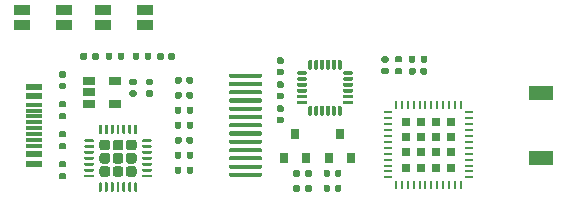
<source format=gbr>
%TF.GenerationSoftware,KiCad,Pcbnew,(5.1.10-1-10_14)*%
%TF.CreationDate,2021-09-29T18:41:22+08:00*%
%TF.ProjectId,esp32-nano,65737033-322d-46e6-916e-6f2e6b696361,1.0*%
%TF.SameCoordinates,Original*%
%TF.FileFunction,Paste,Top*%
%TF.FilePolarity,Positive*%
%FSLAX46Y46*%
G04 Gerber Fmt 4.6, Leading zero omitted, Abs format (unit mm)*
G04 Created by KiCad (PCBNEW (5.1.10-1-10_14)) date 2021-09-29 18:41:22*
%MOMM*%
%LPD*%
G01*
G04 APERTURE LIST*
%ADD10R,1.060000X0.650000*%
%ADD11R,0.800000X0.900000*%
%ADD12R,1.450000X0.600000*%
%ADD13R,1.450000X0.300000*%
%ADD14R,0.772500X0.772500*%
%ADD15R,0.700000X0.250000*%
%ADD16R,0.250000X0.700000*%
%ADD17R,1.400000X0.900000*%
%ADD18R,2.000000X1.200000*%
G04 APERTURE END LIST*
D10*
%TO.C,U2*%
X39835000Y-32324000D03*
X39835000Y-34224000D03*
X37635000Y-34224000D03*
X37635000Y-33274000D03*
X37635000Y-32324000D03*
%TD*%
%TO.C,C14*%
G36*
G01*
X35603000Y-32058000D02*
X35263000Y-32058000D01*
G75*
G02*
X35123000Y-31918000I0J140000D01*
G01*
X35123000Y-31638000D01*
G75*
G02*
X35263000Y-31498000I140000J0D01*
G01*
X35603000Y-31498000D01*
G75*
G02*
X35743000Y-31638000I0J-140000D01*
G01*
X35743000Y-31918000D01*
G75*
G02*
X35603000Y-32058000I-140000J0D01*
G01*
G37*
G36*
G01*
X35603000Y-33018000D02*
X35263000Y-33018000D01*
G75*
G02*
X35123000Y-32878000I0J140000D01*
G01*
X35123000Y-32598000D01*
G75*
G02*
X35263000Y-32458000I140000J0D01*
G01*
X35603000Y-32458000D01*
G75*
G02*
X35743000Y-32598000I0J-140000D01*
G01*
X35743000Y-32878000D01*
G75*
G02*
X35603000Y-33018000I-140000J0D01*
G01*
G37*
%TD*%
%TO.C,C13*%
G36*
G01*
X45520000Y-32088000D02*
X45520000Y-32428000D01*
G75*
G02*
X45380000Y-32568000I-140000J0D01*
G01*
X45100000Y-32568000D01*
G75*
G02*
X44960000Y-32428000I0J140000D01*
G01*
X44960000Y-32088000D01*
G75*
G02*
X45100000Y-31948000I140000J0D01*
G01*
X45380000Y-31948000D01*
G75*
G02*
X45520000Y-32088000I0J-140000D01*
G01*
G37*
G36*
G01*
X46480000Y-32088000D02*
X46480000Y-32428000D01*
G75*
G02*
X46340000Y-32568000I-140000J0D01*
G01*
X46060000Y-32568000D01*
G75*
G02*
X45920000Y-32428000I0J140000D01*
G01*
X45920000Y-32088000D01*
G75*
G02*
X46060000Y-31948000I140000J0D01*
G01*
X46340000Y-31948000D01*
G75*
G02*
X46480000Y-32088000I0J-140000D01*
G01*
G37*
%TD*%
%TO.C,C12*%
G36*
G01*
X45520000Y-37168000D02*
X45520000Y-37508000D01*
G75*
G02*
X45380000Y-37648000I-140000J0D01*
G01*
X45100000Y-37648000D01*
G75*
G02*
X44960000Y-37508000I0J140000D01*
G01*
X44960000Y-37168000D01*
G75*
G02*
X45100000Y-37028000I140000J0D01*
G01*
X45380000Y-37028000D01*
G75*
G02*
X45520000Y-37168000I0J-140000D01*
G01*
G37*
G36*
G01*
X46480000Y-37168000D02*
X46480000Y-37508000D01*
G75*
G02*
X46340000Y-37648000I-140000J0D01*
G01*
X46060000Y-37648000D01*
G75*
G02*
X45920000Y-37508000I0J140000D01*
G01*
X45920000Y-37168000D01*
G75*
G02*
X46060000Y-37028000I140000J0D01*
G01*
X46340000Y-37028000D01*
G75*
G02*
X46480000Y-37168000I0J-140000D01*
G01*
G37*
%TD*%
%TO.C,C11*%
G36*
G01*
X45920000Y-33698000D02*
X45920000Y-33358000D01*
G75*
G02*
X46060000Y-33218000I140000J0D01*
G01*
X46340000Y-33218000D01*
G75*
G02*
X46480000Y-33358000I0J-140000D01*
G01*
X46480000Y-33698000D01*
G75*
G02*
X46340000Y-33838000I-140000J0D01*
G01*
X46060000Y-33838000D01*
G75*
G02*
X45920000Y-33698000I0J140000D01*
G01*
G37*
G36*
G01*
X44960000Y-33698000D02*
X44960000Y-33358000D01*
G75*
G02*
X45100000Y-33218000I140000J0D01*
G01*
X45380000Y-33218000D01*
G75*
G02*
X45520000Y-33358000I0J-140000D01*
G01*
X45520000Y-33698000D01*
G75*
G02*
X45380000Y-33838000I-140000J0D01*
G01*
X45100000Y-33838000D01*
G75*
G02*
X44960000Y-33698000I0J140000D01*
G01*
G37*
%TD*%
%TO.C,C10*%
G36*
G01*
X53698250Y-31279750D02*
X54038250Y-31279750D01*
G75*
G02*
X54178250Y-31419750I0J-140000D01*
G01*
X54178250Y-31699750D01*
G75*
G02*
X54038250Y-31839750I-140000J0D01*
G01*
X53698250Y-31839750D01*
G75*
G02*
X53558250Y-31699750I0J140000D01*
G01*
X53558250Y-31419750D01*
G75*
G02*
X53698250Y-31279750I140000J0D01*
G01*
G37*
G36*
G01*
X53698250Y-30319750D02*
X54038250Y-30319750D01*
G75*
G02*
X54178250Y-30459750I0J-140000D01*
G01*
X54178250Y-30739750D01*
G75*
G02*
X54038250Y-30879750I-140000J0D01*
G01*
X53698250Y-30879750D01*
G75*
G02*
X53558250Y-30739750I0J140000D01*
G01*
X53558250Y-30459750D01*
G75*
G02*
X53698250Y-30319750I140000J0D01*
G01*
G37*
%TD*%
%TO.C,C9*%
G36*
G01*
X62568000Y-31188000D02*
X62908000Y-31188000D01*
G75*
G02*
X63048000Y-31328000I0J-140000D01*
G01*
X63048000Y-31608000D01*
G75*
G02*
X62908000Y-31748000I-140000J0D01*
G01*
X62568000Y-31748000D01*
G75*
G02*
X62428000Y-31608000I0J140000D01*
G01*
X62428000Y-31328000D01*
G75*
G02*
X62568000Y-31188000I140000J0D01*
G01*
G37*
G36*
G01*
X62568000Y-30228000D02*
X62908000Y-30228000D01*
G75*
G02*
X63048000Y-30368000I0J-140000D01*
G01*
X63048000Y-30648000D01*
G75*
G02*
X62908000Y-30788000I-140000J0D01*
G01*
X62568000Y-30788000D01*
G75*
G02*
X62428000Y-30648000I0J140000D01*
G01*
X62428000Y-30368000D01*
G75*
G02*
X62568000Y-30228000I140000J0D01*
G01*
G37*
%TD*%
%TO.C,C8*%
G36*
G01*
X54038250Y-34943750D02*
X53698250Y-34943750D01*
G75*
G02*
X53558250Y-34803750I0J140000D01*
G01*
X53558250Y-34523750D01*
G75*
G02*
X53698250Y-34383750I140000J0D01*
G01*
X54038250Y-34383750D01*
G75*
G02*
X54178250Y-34523750I0J-140000D01*
G01*
X54178250Y-34803750D01*
G75*
G02*
X54038250Y-34943750I-140000J0D01*
G01*
G37*
G36*
G01*
X54038250Y-35903750D02*
X53698250Y-35903750D01*
G75*
G02*
X53558250Y-35763750I0J140000D01*
G01*
X53558250Y-35483750D01*
G75*
G02*
X53698250Y-35343750I140000J0D01*
G01*
X54038250Y-35343750D01*
G75*
G02*
X54178250Y-35483750I0J-140000D01*
G01*
X54178250Y-35763750D01*
G75*
G02*
X54038250Y-35903750I-140000J0D01*
G01*
G37*
%TD*%
%TO.C,C7*%
G36*
G01*
X65732000Y-31666000D02*
X65732000Y-31326000D01*
G75*
G02*
X65872000Y-31186000I140000J0D01*
G01*
X66152000Y-31186000D01*
G75*
G02*
X66292000Y-31326000I0J-140000D01*
G01*
X66292000Y-31666000D01*
G75*
G02*
X66152000Y-31806000I-140000J0D01*
G01*
X65872000Y-31806000D01*
G75*
G02*
X65732000Y-31666000I0J140000D01*
G01*
G37*
G36*
G01*
X64772000Y-31666000D02*
X64772000Y-31326000D01*
G75*
G02*
X64912000Y-31186000I140000J0D01*
G01*
X65192000Y-31186000D01*
G75*
G02*
X65332000Y-31326000I0J-140000D01*
G01*
X65332000Y-31666000D01*
G75*
G02*
X65192000Y-31806000I-140000J0D01*
G01*
X64912000Y-31806000D01*
G75*
G02*
X64772000Y-31666000I0J140000D01*
G01*
G37*
%TD*%
%TO.C,C6*%
G36*
G01*
X53698250Y-33311750D02*
X54038250Y-33311750D01*
G75*
G02*
X54178250Y-33451750I0J-140000D01*
G01*
X54178250Y-33731750D01*
G75*
G02*
X54038250Y-33871750I-140000J0D01*
G01*
X53698250Y-33871750D01*
G75*
G02*
X53558250Y-33731750I0J140000D01*
G01*
X53558250Y-33451750D01*
G75*
G02*
X53698250Y-33311750I140000J0D01*
G01*
G37*
G36*
G01*
X53698250Y-32351750D02*
X54038250Y-32351750D01*
G75*
G02*
X54178250Y-32491750I0J-140000D01*
G01*
X54178250Y-32771750D01*
G75*
G02*
X54038250Y-32911750I-140000J0D01*
G01*
X53698250Y-32911750D01*
G75*
G02*
X53558250Y-32771750I0J140000D01*
G01*
X53558250Y-32491750D01*
G75*
G02*
X53698250Y-32351750I140000J0D01*
G01*
G37*
%TD*%
%TO.C,C5*%
G36*
G01*
X58493000Y-41572000D02*
X58493000Y-41232000D01*
G75*
G02*
X58633000Y-41092000I140000J0D01*
G01*
X58913000Y-41092000D01*
G75*
G02*
X59053000Y-41232000I0J-140000D01*
G01*
X59053000Y-41572000D01*
G75*
G02*
X58913000Y-41712000I-140000J0D01*
G01*
X58633000Y-41712000D01*
G75*
G02*
X58493000Y-41572000I0J140000D01*
G01*
G37*
G36*
G01*
X57533000Y-41572000D02*
X57533000Y-41232000D01*
G75*
G02*
X57673000Y-41092000I140000J0D01*
G01*
X57953000Y-41092000D01*
G75*
G02*
X58093000Y-41232000I0J-140000D01*
G01*
X58093000Y-41572000D01*
G75*
G02*
X57953000Y-41712000I-140000J0D01*
G01*
X57673000Y-41712000D01*
G75*
G02*
X57533000Y-41572000I0J140000D01*
G01*
G37*
%TD*%
%TO.C,C4*%
G36*
G01*
X58493000Y-40302000D02*
X58493000Y-39962000D01*
G75*
G02*
X58633000Y-39822000I140000J0D01*
G01*
X58913000Y-39822000D01*
G75*
G02*
X59053000Y-39962000I0J-140000D01*
G01*
X59053000Y-40302000D01*
G75*
G02*
X58913000Y-40442000I-140000J0D01*
G01*
X58633000Y-40442000D01*
G75*
G02*
X58493000Y-40302000I0J140000D01*
G01*
G37*
G36*
G01*
X57533000Y-40302000D02*
X57533000Y-39962000D01*
G75*
G02*
X57673000Y-39822000I140000J0D01*
G01*
X57953000Y-39822000D01*
G75*
G02*
X58093000Y-39962000I0J-140000D01*
G01*
X58093000Y-40302000D01*
G75*
G02*
X57953000Y-40442000I-140000J0D01*
G01*
X57673000Y-40442000D01*
G75*
G02*
X57533000Y-40302000I0J140000D01*
G01*
G37*
%TD*%
%TO.C,C2*%
G36*
G01*
X42629000Y-33093000D02*
X42969000Y-33093000D01*
G75*
G02*
X43109000Y-33233000I0J-140000D01*
G01*
X43109000Y-33513000D01*
G75*
G02*
X42969000Y-33653000I-140000J0D01*
G01*
X42629000Y-33653000D01*
G75*
G02*
X42489000Y-33513000I0J140000D01*
G01*
X42489000Y-33233000D01*
G75*
G02*
X42629000Y-33093000I140000J0D01*
G01*
G37*
G36*
G01*
X42629000Y-32133000D02*
X42969000Y-32133000D01*
G75*
G02*
X43109000Y-32273000I0J-140000D01*
G01*
X43109000Y-32553000D01*
G75*
G02*
X42969000Y-32693000I-140000J0D01*
G01*
X42629000Y-32693000D01*
G75*
G02*
X42489000Y-32553000I0J140000D01*
G01*
X42489000Y-32273000D01*
G75*
G02*
X42629000Y-32133000I140000J0D01*
G01*
G37*
%TD*%
%TO.C,C1*%
G36*
G01*
X41232000Y-33093000D02*
X41572000Y-33093000D01*
G75*
G02*
X41712000Y-33233000I0J-140000D01*
G01*
X41712000Y-33513000D01*
G75*
G02*
X41572000Y-33653000I-140000J0D01*
G01*
X41232000Y-33653000D01*
G75*
G02*
X41092000Y-33513000I0J140000D01*
G01*
X41092000Y-33233000D01*
G75*
G02*
X41232000Y-33093000I140000J0D01*
G01*
G37*
G36*
G01*
X41232000Y-32133000D02*
X41572000Y-32133000D01*
G75*
G02*
X41712000Y-32273000I0J-140000D01*
G01*
X41712000Y-32553000D01*
G75*
G02*
X41572000Y-32693000I-140000J0D01*
G01*
X41232000Y-32693000D01*
G75*
G02*
X41092000Y-32553000I0J140000D01*
G01*
X41092000Y-32273000D01*
G75*
G02*
X41232000Y-32133000I140000J0D01*
G01*
G37*
%TD*%
%TO.C,U5*%
G36*
G01*
X52239500Y-32043000D02*
X49614500Y-32043000D01*
G75*
G02*
X49527000Y-31955500I0J87500D01*
G01*
X49527000Y-31780500D01*
G75*
G02*
X49614500Y-31693000I87500J0D01*
G01*
X52239500Y-31693000D01*
G75*
G02*
X52327000Y-31780500I0J-87500D01*
G01*
X52327000Y-31955500D01*
G75*
G02*
X52239500Y-32043000I-87500J0D01*
G01*
G37*
G36*
G01*
X52239500Y-32743000D02*
X49614500Y-32743000D01*
G75*
G02*
X49527000Y-32655500I0J87500D01*
G01*
X49527000Y-32480500D01*
G75*
G02*
X49614500Y-32393000I87500J0D01*
G01*
X52239500Y-32393000D01*
G75*
G02*
X52327000Y-32480500I0J-87500D01*
G01*
X52327000Y-32655500D01*
G75*
G02*
X52239500Y-32743000I-87500J0D01*
G01*
G37*
G36*
G01*
X52239500Y-33443000D02*
X49614500Y-33443000D01*
G75*
G02*
X49527000Y-33355500I0J87500D01*
G01*
X49527000Y-33180500D01*
G75*
G02*
X49614500Y-33093000I87500J0D01*
G01*
X52239500Y-33093000D01*
G75*
G02*
X52327000Y-33180500I0J-87500D01*
G01*
X52327000Y-33355500D01*
G75*
G02*
X52239500Y-33443000I-87500J0D01*
G01*
G37*
G36*
G01*
X52239500Y-34143000D02*
X49614500Y-34143000D01*
G75*
G02*
X49527000Y-34055500I0J87500D01*
G01*
X49527000Y-33880500D01*
G75*
G02*
X49614500Y-33793000I87500J0D01*
G01*
X52239500Y-33793000D01*
G75*
G02*
X52327000Y-33880500I0J-87500D01*
G01*
X52327000Y-34055500D01*
G75*
G02*
X52239500Y-34143000I-87500J0D01*
G01*
G37*
G36*
G01*
X52239500Y-34843000D02*
X49614500Y-34843000D01*
G75*
G02*
X49527000Y-34755500I0J87500D01*
G01*
X49527000Y-34580500D01*
G75*
G02*
X49614500Y-34493000I87500J0D01*
G01*
X52239500Y-34493000D01*
G75*
G02*
X52327000Y-34580500I0J-87500D01*
G01*
X52327000Y-34755500D01*
G75*
G02*
X52239500Y-34843000I-87500J0D01*
G01*
G37*
G36*
G01*
X52239500Y-35543000D02*
X49614500Y-35543000D01*
G75*
G02*
X49527000Y-35455500I0J87500D01*
G01*
X49527000Y-35280500D01*
G75*
G02*
X49614500Y-35193000I87500J0D01*
G01*
X52239500Y-35193000D01*
G75*
G02*
X52327000Y-35280500I0J-87500D01*
G01*
X52327000Y-35455500D01*
G75*
G02*
X52239500Y-35543000I-87500J0D01*
G01*
G37*
G36*
G01*
X52239500Y-36243000D02*
X49614500Y-36243000D01*
G75*
G02*
X49527000Y-36155500I0J87500D01*
G01*
X49527000Y-35980500D01*
G75*
G02*
X49614500Y-35893000I87500J0D01*
G01*
X52239500Y-35893000D01*
G75*
G02*
X52327000Y-35980500I0J-87500D01*
G01*
X52327000Y-36155500D01*
G75*
G02*
X52239500Y-36243000I-87500J0D01*
G01*
G37*
G36*
G01*
X52239500Y-36943000D02*
X49614500Y-36943000D01*
G75*
G02*
X49527000Y-36855500I0J87500D01*
G01*
X49527000Y-36680500D01*
G75*
G02*
X49614500Y-36593000I87500J0D01*
G01*
X52239500Y-36593000D01*
G75*
G02*
X52327000Y-36680500I0J-87500D01*
G01*
X52327000Y-36855500D01*
G75*
G02*
X52239500Y-36943000I-87500J0D01*
G01*
G37*
G36*
G01*
X52239500Y-37643000D02*
X49614500Y-37643000D01*
G75*
G02*
X49527000Y-37555500I0J87500D01*
G01*
X49527000Y-37380500D01*
G75*
G02*
X49614500Y-37293000I87500J0D01*
G01*
X52239500Y-37293000D01*
G75*
G02*
X52327000Y-37380500I0J-87500D01*
G01*
X52327000Y-37555500D01*
G75*
G02*
X52239500Y-37643000I-87500J0D01*
G01*
G37*
G36*
G01*
X52239500Y-38343000D02*
X49614500Y-38343000D01*
G75*
G02*
X49527000Y-38255500I0J87500D01*
G01*
X49527000Y-38080500D01*
G75*
G02*
X49614500Y-37993000I87500J0D01*
G01*
X52239500Y-37993000D01*
G75*
G02*
X52327000Y-38080500I0J-87500D01*
G01*
X52327000Y-38255500D01*
G75*
G02*
X52239500Y-38343000I-87500J0D01*
G01*
G37*
G36*
G01*
X52239500Y-39043000D02*
X49614500Y-39043000D01*
G75*
G02*
X49527000Y-38955500I0J87500D01*
G01*
X49527000Y-38780500D01*
G75*
G02*
X49614500Y-38693000I87500J0D01*
G01*
X52239500Y-38693000D01*
G75*
G02*
X52327000Y-38780500I0J-87500D01*
G01*
X52327000Y-38955500D01*
G75*
G02*
X52239500Y-39043000I-87500J0D01*
G01*
G37*
G36*
G01*
X52239500Y-39743000D02*
X49614500Y-39743000D01*
G75*
G02*
X49527000Y-39655500I0J87500D01*
G01*
X49527000Y-39480500D01*
G75*
G02*
X49614500Y-39393000I87500J0D01*
G01*
X52239500Y-39393000D01*
G75*
G02*
X52327000Y-39480500I0J-87500D01*
G01*
X52327000Y-39655500D01*
G75*
G02*
X52239500Y-39743000I-87500J0D01*
G01*
G37*
G36*
G01*
X52239500Y-40443000D02*
X49614500Y-40443000D01*
G75*
G02*
X49527000Y-40355500I0J87500D01*
G01*
X49527000Y-40180500D01*
G75*
G02*
X49614500Y-40093000I87500J0D01*
G01*
X52239500Y-40093000D01*
G75*
G02*
X52327000Y-40180500I0J-87500D01*
G01*
X52327000Y-40355500D01*
G75*
G02*
X52239500Y-40443000I-87500J0D01*
G01*
G37*
%TD*%
D11*
%TO.C,VT2*%
X55118000Y-36846000D03*
X56068000Y-38846000D03*
X54168000Y-38846000D03*
%TD*%
%TO.C,VT1*%
X58928000Y-36846000D03*
X59878000Y-38846000D03*
X57978000Y-38846000D03*
%TD*%
D12*
%TO.C,USB1*%
X33001000Y-39318000D03*
X33001000Y-38518000D03*
X33001000Y-33618000D03*
X33001000Y-32818000D03*
X33001000Y-32818000D03*
X33001000Y-33618000D03*
X33001000Y-38518000D03*
X33001000Y-39318000D03*
D13*
X33001000Y-34318000D03*
X33001000Y-34818000D03*
X33001000Y-35318000D03*
X33001000Y-36318000D03*
X33001000Y-36818000D03*
X33001000Y-37318000D03*
X33001000Y-37818000D03*
X33001000Y-35818000D03*
%TD*%
D14*
%TO.C,U4*%
X68343500Y-35796500D03*
X67056000Y-35796500D03*
X65768500Y-35796500D03*
X64481000Y-35796500D03*
X68343500Y-37084000D03*
X67056000Y-37084000D03*
X65768500Y-37084000D03*
X64481000Y-37084000D03*
X68343500Y-38371500D03*
X67056000Y-38371500D03*
X65768500Y-38371500D03*
X64481000Y-38371500D03*
X68343500Y-39659000D03*
X67056000Y-39659000D03*
X65768500Y-39659000D03*
X64481000Y-39659000D03*
D15*
X69812250Y-34977750D03*
X69812250Y-35477750D03*
X69812250Y-35977750D03*
X69812250Y-36477750D03*
X69812250Y-36977750D03*
X69812250Y-37477750D03*
X69812250Y-37977750D03*
X69812250Y-38477750D03*
X69812250Y-38977750D03*
X69812250Y-39477750D03*
X69812250Y-39977750D03*
X69812250Y-40477750D03*
D16*
X69162250Y-41127750D03*
X68662250Y-41127750D03*
X68162250Y-41127750D03*
X67662250Y-41127750D03*
X67162250Y-41127750D03*
X66662250Y-41127750D03*
X66162250Y-41127750D03*
X65662250Y-41127750D03*
X65162250Y-41127750D03*
X64662250Y-41127750D03*
X64162250Y-41127750D03*
X63662250Y-41127750D03*
D15*
X63012250Y-40477750D03*
X63012250Y-39977750D03*
X63012250Y-39477750D03*
X63012250Y-38977750D03*
X63012250Y-38477750D03*
X63012250Y-37977750D03*
X63012250Y-37477750D03*
X63012250Y-36977750D03*
X63012250Y-36477750D03*
X63012250Y-35977750D03*
X63012250Y-35477750D03*
X63012250Y-34977750D03*
D16*
X63662250Y-34327750D03*
X64162250Y-34327750D03*
X64662250Y-34327750D03*
X65162250Y-34327750D03*
X65662250Y-34327750D03*
X66162250Y-34327750D03*
X66662250Y-34327750D03*
X67162250Y-34327750D03*
X67662250Y-34327750D03*
X68162250Y-34327750D03*
X68662250Y-34327750D03*
X69162250Y-34327750D03*
%TD*%
%TO.C,U3*%
G36*
G01*
X59183000Y-31718000D02*
X59183000Y-31568000D01*
G75*
G02*
X59258000Y-31493000I75000J0D01*
G01*
X59958000Y-31493000D01*
G75*
G02*
X60033000Y-31568000I0J-75000D01*
G01*
X60033000Y-31718000D01*
G75*
G02*
X59958000Y-31793000I-75000J0D01*
G01*
X59258000Y-31793000D01*
G75*
G02*
X59183000Y-31718000I0J75000D01*
G01*
G37*
G36*
G01*
X59183000Y-32218000D02*
X59183000Y-32068000D01*
G75*
G02*
X59258000Y-31993000I75000J0D01*
G01*
X59958000Y-31993000D01*
G75*
G02*
X60033000Y-32068000I0J-75000D01*
G01*
X60033000Y-32218000D01*
G75*
G02*
X59958000Y-32293000I-75000J0D01*
G01*
X59258000Y-32293000D01*
G75*
G02*
X59183000Y-32218000I0J75000D01*
G01*
G37*
G36*
G01*
X59183000Y-32718000D02*
X59183000Y-32568000D01*
G75*
G02*
X59258000Y-32493000I75000J0D01*
G01*
X59958000Y-32493000D01*
G75*
G02*
X60033000Y-32568000I0J-75000D01*
G01*
X60033000Y-32718000D01*
G75*
G02*
X59958000Y-32793000I-75000J0D01*
G01*
X59258000Y-32793000D01*
G75*
G02*
X59183000Y-32718000I0J75000D01*
G01*
G37*
G36*
G01*
X59183000Y-33218000D02*
X59183000Y-33068000D01*
G75*
G02*
X59258000Y-32993000I75000J0D01*
G01*
X59958000Y-32993000D01*
G75*
G02*
X60033000Y-33068000I0J-75000D01*
G01*
X60033000Y-33218000D01*
G75*
G02*
X59958000Y-33293000I-75000J0D01*
G01*
X59258000Y-33293000D01*
G75*
G02*
X59183000Y-33218000I0J75000D01*
G01*
G37*
G36*
G01*
X59183000Y-33718000D02*
X59183000Y-33568000D01*
G75*
G02*
X59258000Y-33493000I75000J0D01*
G01*
X59958000Y-33493000D01*
G75*
G02*
X60033000Y-33568000I0J-75000D01*
G01*
X60033000Y-33718000D01*
G75*
G02*
X59958000Y-33793000I-75000J0D01*
G01*
X59258000Y-33793000D01*
G75*
G02*
X59183000Y-33718000I0J75000D01*
G01*
G37*
G36*
G01*
X59183000Y-34218000D02*
X59183000Y-34068000D01*
G75*
G02*
X59258000Y-33993000I75000J0D01*
G01*
X59958000Y-33993000D01*
G75*
G02*
X60033000Y-34068000I0J-75000D01*
G01*
X60033000Y-34218000D01*
G75*
G02*
X59958000Y-34293000I-75000J0D01*
G01*
X59258000Y-34293000D01*
G75*
G02*
X59183000Y-34218000I0J75000D01*
G01*
G37*
G36*
G01*
X58833000Y-34418000D02*
X58983000Y-34418000D01*
G75*
G02*
X59058000Y-34493000I0J-75000D01*
G01*
X59058000Y-35193000D01*
G75*
G02*
X58983000Y-35268000I-75000J0D01*
G01*
X58833000Y-35268000D01*
G75*
G02*
X58758000Y-35193000I0J75000D01*
G01*
X58758000Y-34493000D01*
G75*
G02*
X58833000Y-34418000I75000J0D01*
G01*
G37*
G36*
G01*
X58333000Y-34418000D02*
X58483000Y-34418000D01*
G75*
G02*
X58558000Y-34493000I0J-75000D01*
G01*
X58558000Y-35193000D01*
G75*
G02*
X58483000Y-35268000I-75000J0D01*
G01*
X58333000Y-35268000D01*
G75*
G02*
X58258000Y-35193000I0J75000D01*
G01*
X58258000Y-34493000D01*
G75*
G02*
X58333000Y-34418000I75000J0D01*
G01*
G37*
G36*
G01*
X57833000Y-34418000D02*
X57983000Y-34418000D01*
G75*
G02*
X58058000Y-34493000I0J-75000D01*
G01*
X58058000Y-35193000D01*
G75*
G02*
X57983000Y-35268000I-75000J0D01*
G01*
X57833000Y-35268000D01*
G75*
G02*
X57758000Y-35193000I0J75000D01*
G01*
X57758000Y-34493000D01*
G75*
G02*
X57833000Y-34418000I75000J0D01*
G01*
G37*
G36*
G01*
X57333000Y-34418000D02*
X57483000Y-34418000D01*
G75*
G02*
X57558000Y-34493000I0J-75000D01*
G01*
X57558000Y-35193000D01*
G75*
G02*
X57483000Y-35268000I-75000J0D01*
G01*
X57333000Y-35268000D01*
G75*
G02*
X57258000Y-35193000I0J75000D01*
G01*
X57258000Y-34493000D01*
G75*
G02*
X57333000Y-34418000I75000J0D01*
G01*
G37*
G36*
G01*
X56833000Y-34418000D02*
X56983000Y-34418000D01*
G75*
G02*
X57058000Y-34493000I0J-75000D01*
G01*
X57058000Y-35193000D01*
G75*
G02*
X56983000Y-35268000I-75000J0D01*
G01*
X56833000Y-35268000D01*
G75*
G02*
X56758000Y-35193000I0J75000D01*
G01*
X56758000Y-34493000D01*
G75*
G02*
X56833000Y-34418000I75000J0D01*
G01*
G37*
G36*
G01*
X56333000Y-34418000D02*
X56483000Y-34418000D01*
G75*
G02*
X56558000Y-34493000I0J-75000D01*
G01*
X56558000Y-35193000D01*
G75*
G02*
X56483000Y-35268000I-75000J0D01*
G01*
X56333000Y-35268000D01*
G75*
G02*
X56258000Y-35193000I0J75000D01*
G01*
X56258000Y-34493000D01*
G75*
G02*
X56333000Y-34418000I75000J0D01*
G01*
G37*
G36*
G01*
X55283000Y-34218000D02*
X55283000Y-34068000D01*
G75*
G02*
X55358000Y-33993000I75000J0D01*
G01*
X56058000Y-33993000D01*
G75*
G02*
X56133000Y-34068000I0J-75000D01*
G01*
X56133000Y-34218000D01*
G75*
G02*
X56058000Y-34293000I-75000J0D01*
G01*
X55358000Y-34293000D01*
G75*
G02*
X55283000Y-34218000I0J75000D01*
G01*
G37*
G36*
G01*
X55283000Y-33718000D02*
X55283000Y-33568000D01*
G75*
G02*
X55358000Y-33493000I75000J0D01*
G01*
X56058000Y-33493000D01*
G75*
G02*
X56133000Y-33568000I0J-75000D01*
G01*
X56133000Y-33718000D01*
G75*
G02*
X56058000Y-33793000I-75000J0D01*
G01*
X55358000Y-33793000D01*
G75*
G02*
X55283000Y-33718000I0J75000D01*
G01*
G37*
G36*
G01*
X55283000Y-33218000D02*
X55283000Y-33068000D01*
G75*
G02*
X55358000Y-32993000I75000J0D01*
G01*
X56058000Y-32993000D01*
G75*
G02*
X56133000Y-33068000I0J-75000D01*
G01*
X56133000Y-33218000D01*
G75*
G02*
X56058000Y-33293000I-75000J0D01*
G01*
X55358000Y-33293000D01*
G75*
G02*
X55283000Y-33218000I0J75000D01*
G01*
G37*
G36*
G01*
X55283000Y-32718000D02*
X55283000Y-32568000D01*
G75*
G02*
X55358000Y-32493000I75000J0D01*
G01*
X56058000Y-32493000D01*
G75*
G02*
X56133000Y-32568000I0J-75000D01*
G01*
X56133000Y-32718000D01*
G75*
G02*
X56058000Y-32793000I-75000J0D01*
G01*
X55358000Y-32793000D01*
G75*
G02*
X55283000Y-32718000I0J75000D01*
G01*
G37*
G36*
G01*
X55283000Y-32218000D02*
X55283000Y-32068000D01*
G75*
G02*
X55358000Y-31993000I75000J0D01*
G01*
X56058000Y-31993000D01*
G75*
G02*
X56133000Y-32068000I0J-75000D01*
G01*
X56133000Y-32218000D01*
G75*
G02*
X56058000Y-32293000I-75000J0D01*
G01*
X55358000Y-32293000D01*
G75*
G02*
X55283000Y-32218000I0J75000D01*
G01*
G37*
G36*
G01*
X55283000Y-31718000D02*
X55283000Y-31568000D01*
G75*
G02*
X55358000Y-31493000I75000J0D01*
G01*
X56058000Y-31493000D01*
G75*
G02*
X56133000Y-31568000I0J-75000D01*
G01*
X56133000Y-31718000D01*
G75*
G02*
X56058000Y-31793000I-75000J0D01*
G01*
X55358000Y-31793000D01*
G75*
G02*
X55283000Y-31718000I0J75000D01*
G01*
G37*
G36*
G01*
X56333000Y-30518000D02*
X56483000Y-30518000D01*
G75*
G02*
X56558000Y-30593000I0J-75000D01*
G01*
X56558000Y-31293000D01*
G75*
G02*
X56483000Y-31368000I-75000J0D01*
G01*
X56333000Y-31368000D01*
G75*
G02*
X56258000Y-31293000I0J75000D01*
G01*
X56258000Y-30593000D01*
G75*
G02*
X56333000Y-30518000I75000J0D01*
G01*
G37*
G36*
G01*
X56833000Y-30518000D02*
X56983000Y-30518000D01*
G75*
G02*
X57058000Y-30593000I0J-75000D01*
G01*
X57058000Y-31293000D01*
G75*
G02*
X56983000Y-31368000I-75000J0D01*
G01*
X56833000Y-31368000D01*
G75*
G02*
X56758000Y-31293000I0J75000D01*
G01*
X56758000Y-30593000D01*
G75*
G02*
X56833000Y-30518000I75000J0D01*
G01*
G37*
G36*
G01*
X57333000Y-30518000D02*
X57483000Y-30518000D01*
G75*
G02*
X57558000Y-30593000I0J-75000D01*
G01*
X57558000Y-31293000D01*
G75*
G02*
X57483000Y-31368000I-75000J0D01*
G01*
X57333000Y-31368000D01*
G75*
G02*
X57258000Y-31293000I0J75000D01*
G01*
X57258000Y-30593000D01*
G75*
G02*
X57333000Y-30518000I75000J0D01*
G01*
G37*
G36*
G01*
X57833000Y-30518000D02*
X57983000Y-30518000D01*
G75*
G02*
X58058000Y-30593000I0J-75000D01*
G01*
X58058000Y-31293000D01*
G75*
G02*
X57983000Y-31368000I-75000J0D01*
G01*
X57833000Y-31368000D01*
G75*
G02*
X57758000Y-31293000I0J75000D01*
G01*
X57758000Y-30593000D01*
G75*
G02*
X57833000Y-30518000I75000J0D01*
G01*
G37*
G36*
G01*
X58333000Y-30518000D02*
X58483000Y-30518000D01*
G75*
G02*
X58558000Y-30593000I0J-75000D01*
G01*
X58558000Y-31293000D01*
G75*
G02*
X58483000Y-31368000I-75000J0D01*
G01*
X58333000Y-31368000D01*
G75*
G02*
X58258000Y-31293000I0J75000D01*
G01*
X58258000Y-30593000D01*
G75*
G02*
X58333000Y-30518000I75000J0D01*
G01*
G37*
G36*
G01*
X58833000Y-30518000D02*
X58983000Y-30518000D01*
G75*
G02*
X59058000Y-30593000I0J-75000D01*
G01*
X59058000Y-31293000D01*
G75*
G02*
X58983000Y-31368000I-75000J0D01*
G01*
X58833000Y-31368000D01*
G75*
G02*
X58758000Y-31293000I0J75000D01*
G01*
X58758000Y-30593000D01*
G75*
G02*
X58833000Y-30518000I75000J0D01*
G01*
G37*
%TD*%
%TO.C,U1*%
G36*
G01*
X38787000Y-39532000D02*
X39237000Y-39532000D01*
G75*
G02*
X39462000Y-39757000I0J-225000D01*
G01*
X39462000Y-40207000D01*
G75*
G02*
X39237000Y-40432000I-225000J0D01*
G01*
X38787000Y-40432000D01*
G75*
G02*
X38562000Y-40207000I0J225000D01*
G01*
X38562000Y-39757000D01*
G75*
G02*
X38787000Y-39532000I225000J0D01*
G01*
G37*
G36*
G01*
X39907000Y-39532000D02*
X40357000Y-39532000D01*
G75*
G02*
X40582000Y-39757000I0J-225000D01*
G01*
X40582000Y-40207000D01*
G75*
G02*
X40357000Y-40432000I-225000J0D01*
G01*
X39907000Y-40432000D01*
G75*
G02*
X39682000Y-40207000I0J225000D01*
G01*
X39682000Y-39757000D01*
G75*
G02*
X39907000Y-39532000I225000J0D01*
G01*
G37*
G36*
G01*
X41027000Y-39532000D02*
X41477000Y-39532000D01*
G75*
G02*
X41702000Y-39757000I0J-225000D01*
G01*
X41702000Y-40207000D01*
G75*
G02*
X41477000Y-40432000I-225000J0D01*
G01*
X41027000Y-40432000D01*
G75*
G02*
X40802000Y-40207000I0J225000D01*
G01*
X40802000Y-39757000D01*
G75*
G02*
X41027000Y-39532000I225000J0D01*
G01*
G37*
G36*
G01*
X38787000Y-38412000D02*
X39237000Y-38412000D01*
G75*
G02*
X39462000Y-38637000I0J-225000D01*
G01*
X39462000Y-39087000D01*
G75*
G02*
X39237000Y-39312000I-225000J0D01*
G01*
X38787000Y-39312000D01*
G75*
G02*
X38562000Y-39087000I0J225000D01*
G01*
X38562000Y-38637000D01*
G75*
G02*
X38787000Y-38412000I225000J0D01*
G01*
G37*
G36*
G01*
X39907000Y-38412000D02*
X40357000Y-38412000D01*
G75*
G02*
X40582000Y-38637000I0J-225000D01*
G01*
X40582000Y-39087000D01*
G75*
G02*
X40357000Y-39312000I-225000J0D01*
G01*
X39907000Y-39312000D01*
G75*
G02*
X39682000Y-39087000I0J225000D01*
G01*
X39682000Y-38637000D01*
G75*
G02*
X39907000Y-38412000I225000J0D01*
G01*
G37*
G36*
G01*
X41027000Y-38412000D02*
X41477000Y-38412000D01*
G75*
G02*
X41702000Y-38637000I0J-225000D01*
G01*
X41702000Y-39087000D01*
G75*
G02*
X41477000Y-39312000I-225000J0D01*
G01*
X41027000Y-39312000D01*
G75*
G02*
X40802000Y-39087000I0J225000D01*
G01*
X40802000Y-38637000D01*
G75*
G02*
X41027000Y-38412000I225000J0D01*
G01*
G37*
G36*
G01*
X38787000Y-37292000D02*
X39237000Y-37292000D01*
G75*
G02*
X39462000Y-37517000I0J-225000D01*
G01*
X39462000Y-37967000D01*
G75*
G02*
X39237000Y-38192000I-225000J0D01*
G01*
X38787000Y-38192000D01*
G75*
G02*
X38562000Y-37967000I0J225000D01*
G01*
X38562000Y-37517000D01*
G75*
G02*
X38787000Y-37292000I225000J0D01*
G01*
G37*
G36*
G01*
X39907000Y-37292000D02*
X40357000Y-37292000D01*
G75*
G02*
X40582000Y-37517000I0J-225000D01*
G01*
X40582000Y-37967000D01*
G75*
G02*
X40357000Y-38192000I-225000J0D01*
G01*
X39907000Y-38192000D01*
G75*
G02*
X39682000Y-37967000I0J225000D01*
G01*
X39682000Y-37517000D01*
G75*
G02*
X39907000Y-37292000I225000J0D01*
G01*
G37*
G36*
G01*
X41027000Y-37292000D02*
X41477000Y-37292000D01*
G75*
G02*
X41702000Y-37517000I0J-225000D01*
G01*
X41702000Y-37967000D01*
G75*
G02*
X41477000Y-38192000I-225000J0D01*
G01*
X41027000Y-38192000D01*
G75*
G02*
X40802000Y-37967000I0J225000D01*
G01*
X40802000Y-37517000D01*
G75*
G02*
X41027000Y-37292000I225000J0D01*
G01*
G37*
G36*
G01*
X42244500Y-37237000D02*
X42919500Y-37237000D01*
G75*
G02*
X42982000Y-37299500I0J-62500D01*
G01*
X42982000Y-37424500D01*
G75*
G02*
X42919500Y-37487000I-62500J0D01*
G01*
X42244500Y-37487000D01*
G75*
G02*
X42182000Y-37424500I0J62500D01*
G01*
X42182000Y-37299500D01*
G75*
G02*
X42244500Y-37237000I62500J0D01*
G01*
G37*
G36*
G01*
X42244500Y-37737000D02*
X42919500Y-37737000D01*
G75*
G02*
X42982000Y-37799500I0J-62500D01*
G01*
X42982000Y-37924500D01*
G75*
G02*
X42919500Y-37987000I-62500J0D01*
G01*
X42244500Y-37987000D01*
G75*
G02*
X42182000Y-37924500I0J62500D01*
G01*
X42182000Y-37799500D01*
G75*
G02*
X42244500Y-37737000I62500J0D01*
G01*
G37*
G36*
G01*
X42244500Y-38237000D02*
X42919500Y-38237000D01*
G75*
G02*
X42982000Y-38299500I0J-62500D01*
G01*
X42982000Y-38424500D01*
G75*
G02*
X42919500Y-38487000I-62500J0D01*
G01*
X42244500Y-38487000D01*
G75*
G02*
X42182000Y-38424500I0J62500D01*
G01*
X42182000Y-38299500D01*
G75*
G02*
X42244500Y-38237000I62500J0D01*
G01*
G37*
G36*
G01*
X42244500Y-38737000D02*
X42919500Y-38737000D01*
G75*
G02*
X42982000Y-38799500I0J-62500D01*
G01*
X42982000Y-38924500D01*
G75*
G02*
X42919500Y-38987000I-62500J0D01*
G01*
X42244500Y-38987000D01*
G75*
G02*
X42182000Y-38924500I0J62500D01*
G01*
X42182000Y-38799500D01*
G75*
G02*
X42244500Y-38737000I62500J0D01*
G01*
G37*
G36*
G01*
X42244500Y-39237000D02*
X42919500Y-39237000D01*
G75*
G02*
X42982000Y-39299500I0J-62500D01*
G01*
X42982000Y-39424500D01*
G75*
G02*
X42919500Y-39487000I-62500J0D01*
G01*
X42244500Y-39487000D01*
G75*
G02*
X42182000Y-39424500I0J62500D01*
G01*
X42182000Y-39299500D01*
G75*
G02*
X42244500Y-39237000I62500J0D01*
G01*
G37*
G36*
G01*
X42244500Y-39737000D02*
X42919500Y-39737000D01*
G75*
G02*
X42982000Y-39799500I0J-62500D01*
G01*
X42982000Y-39924500D01*
G75*
G02*
X42919500Y-39987000I-62500J0D01*
G01*
X42244500Y-39987000D01*
G75*
G02*
X42182000Y-39924500I0J62500D01*
G01*
X42182000Y-39799500D01*
G75*
G02*
X42244500Y-39737000I62500J0D01*
G01*
G37*
G36*
G01*
X42244500Y-40237000D02*
X42919500Y-40237000D01*
G75*
G02*
X42982000Y-40299500I0J-62500D01*
G01*
X42982000Y-40424500D01*
G75*
G02*
X42919500Y-40487000I-62500J0D01*
G01*
X42244500Y-40487000D01*
G75*
G02*
X42182000Y-40424500I0J62500D01*
G01*
X42182000Y-40299500D01*
G75*
G02*
X42244500Y-40237000I62500J0D01*
G01*
G37*
G36*
G01*
X41569500Y-40912000D02*
X41694500Y-40912000D01*
G75*
G02*
X41757000Y-40974500I0J-62500D01*
G01*
X41757000Y-41649500D01*
G75*
G02*
X41694500Y-41712000I-62500J0D01*
G01*
X41569500Y-41712000D01*
G75*
G02*
X41507000Y-41649500I0J62500D01*
G01*
X41507000Y-40974500D01*
G75*
G02*
X41569500Y-40912000I62500J0D01*
G01*
G37*
G36*
G01*
X41069500Y-40912000D02*
X41194500Y-40912000D01*
G75*
G02*
X41257000Y-40974500I0J-62500D01*
G01*
X41257000Y-41649500D01*
G75*
G02*
X41194500Y-41712000I-62500J0D01*
G01*
X41069500Y-41712000D01*
G75*
G02*
X41007000Y-41649500I0J62500D01*
G01*
X41007000Y-40974500D01*
G75*
G02*
X41069500Y-40912000I62500J0D01*
G01*
G37*
G36*
G01*
X40569500Y-40912000D02*
X40694500Y-40912000D01*
G75*
G02*
X40757000Y-40974500I0J-62500D01*
G01*
X40757000Y-41649500D01*
G75*
G02*
X40694500Y-41712000I-62500J0D01*
G01*
X40569500Y-41712000D01*
G75*
G02*
X40507000Y-41649500I0J62500D01*
G01*
X40507000Y-40974500D01*
G75*
G02*
X40569500Y-40912000I62500J0D01*
G01*
G37*
G36*
G01*
X40069500Y-40912000D02*
X40194500Y-40912000D01*
G75*
G02*
X40257000Y-40974500I0J-62500D01*
G01*
X40257000Y-41649500D01*
G75*
G02*
X40194500Y-41712000I-62500J0D01*
G01*
X40069500Y-41712000D01*
G75*
G02*
X40007000Y-41649500I0J62500D01*
G01*
X40007000Y-40974500D01*
G75*
G02*
X40069500Y-40912000I62500J0D01*
G01*
G37*
G36*
G01*
X39569500Y-40912000D02*
X39694500Y-40912000D01*
G75*
G02*
X39757000Y-40974500I0J-62500D01*
G01*
X39757000Y-41649500D01*
G75*
G02*
X39694500Y-41712000I-62500J0D01*
G01*
X39569500Y-41712000D01*
G75*
G02*
X39507000Y-41649500I0J62500D01*
G01*
X39507000Y-40974500D01*
G75*
G02*
X39569500Y-40912000I62500J0D01*
G01*
G37*
G36*
G01*
X39069500Y-40912000D02*
X39194500Y-40912000D01*
G75*
G02*
X39257000Y-40974500I0J-62500D01*
G01*
X39257000Y-41649500D01*
G75*
G02*
X39194500Y-41712000I-62500J0D01*
G01*
X39069500Y-41712000D01*
G75*
G02*
X39007000Y-41649500I0J62500D01*
G01*
X39007000Y-40974500D01*
G75*
G02*
X39069500Y-40912000I62500J0D01*
G01*
G37*
G36*
G01*
X38569500Y-40912000D02*
X38694500Y-40912000D01*
G75*
G02*
X38757000Y-40974500I0J-62500D01*
G01*
X38757000Y-41649500D01*
G75*
G02*
X38694500Y-41712000I-62500J0D01*
G01*
X38569500Y-41712000D01*
G75*
G02*
X38507000Y-41649500I0J62500D01*
G01*
X38507000Y-40974500D01*
G75*
G02*
X38569500Y-40912000I62500J0D01*
G01*
G37*
G36*
G01*
X37344500Y-40237000D02*
X38019500Y-40237000D01*
G75*
G02*
X38082000Y-40299500I0J-62500D01*
G01*
X38082000Y-40424500D01*
G75*
G02*
X38019500Y-40487000I-62500J0D01*
G01*
X37344500Y-40487000D01*
G75*
G02*
X37282000Y-40424500I0J62500D01*
G01*
X37282000Y-40299500D01*
G75*
G02*
X37344500Y-40237000I62500J0D01*
G01*
G37*
G36*
G01*
X37344500Y-39737000D02*
X38019500Y-39737000D01*
G75*
G02*
X38082000Y-39799500I0J-62500D01*
G01*
X38082000Y-39924500D01*
G75*
G02*
X38019500Y-39987000I-62500J0D01*
G01*
X37344500Y-39987000D01*
G75*
G02*
X37282000Y-39924500I0J62500D01*
G01*
X37282000Y-39799500D01*
G75*
G02*
X37344500Y-39737000I62500J0D01*
G01*
G37*
G36*
G01*
X37344500Y-39237000D02*
X38019500Y-39237000D01*
G75*
G02*
X38082000Y-39299500I0J-62500D01*
G01*
X38082000Y-39424500D01*
G75*
G02*
X38019500Y-39487000I-62500J0D01*
G01*
X37344500Y-39487000D01*
G75*
G02*
X37282000Y-39424500I0J62500D01*
G01*
X37282000Y-39299500D01*
G75*
G02*
X37344500Y-39237000I62500J0D01*
G01*
G37*
G36*
G01*
X37344500Y-38737000D02*
X38019500Y-38737000D01*
G75*
G02*
X38082000Y-38799500I0J-62500D01*
G01*
X38082000Y-38924500D01*
G75*
G02*
X38019500Y-38987000I-62500J0D01*
G01*
X37344500Y-38987000D01*
G75*
G02*
X37282000Y-38924500I0J62500D01*
G01*
X37282000Y-38799500D01*
G75*
G02*
X37344500Y-38737000I62500J0D01*
G01*
G37*
G36*
G01*
X37344500Y-38237000D02*
X38019500Y-38237000D01*
G75*
G02*
X38082000Y-38299500I0J-62500D01*
G01*
X38082000Y-38424500D01*
G75*
G02*
X38019500Y-38487000I-62500J0D01*
G01*
X37344500Y-38487000D01*
G75*
G02*
X37282000Y-38424500I0J62500D01*
G01*
X37282000Y-38299500D01*
G75*
G02*
X37344500Y-38237000I62500J0D01*
G01*
G37*
G36*
G01*
X37344500Y-37737000D02*
X38019500Y-37737000D01*
G75*
G02*
X38082000Y-37799500I0J-62500D01*
G01*
X38082000Y-37924500D01*
G75*
G02*
X38019500Y-37987000I-62500J0D01*
G01*
X37344500Y-37987000D01*
G75*
G02*
X37282000Y-37924500I0J62500D01*
G01*
X37282000Y-37799500D01*
G75*
G02*
X37344500Y-37737000I62500J0D01*
G01*
G37*
G36*
G01*
X37344500Y-37237000D02*
X38019500Y-37237000D01*
G75*
G02*
X38082000Y-37299500I0J-62500D01*
G01*
X38082000Y-37424500D01*
G75*
G02*
X38019500Y-37487000I-62500J0D01*
G01*
X37344500Y-37487000D01*
G75*
G02*
X37282000Y-37424500I0J62500D01*
G01*
X37282000Y-37299500D01*
G75*
G02*
X37344500Y-37237000I62500J0D01*
G01*
G37*
G36*
G01*
X38569500Y-36012000D02*
X38694500Y-36012000D01*
G75*
G02*
X38757000Y-36074500I0J-62500D01*
G01*
X38757000Y-36749500D01*
G75*
G02*
X38694500Y-36812000I-62500J0D01*
G01*
X38569500Y-36812000D01*
G75*
G02*
X38507000Y-36749500I0J62500D01*
G01*
X38507000Y-36074500D01*
G75*
G02*
X38569500Y-36012000I62500J0D01*
G01*
G37*
G36*
G01*
X39069500Y-36012000D02*
X39194500Y-36012000D01*
G75*
G02*
X39257000Y-36074500I0J-62500D01*
G01*
X39257000Y-36749500D01*
G75*
G02*
X39194500Y-36812000I-62500J0D01*
G01*
X39069500Y-36812000D01*
G75*
G02*
X39007000Y-36749500I0J62500D01*
G01*
X39007000Y-36074500D01*
G75*
G02*
X39069500Y-36012000I62500J0D01*
G01*
G37*
G36*
G01*
X39569500Y-36012000D02*
X39694500Y-36012000D01*
G75*
G02*
X39757000Y-36074500I0J-62500D01*
G01*
X39757000Y-36749500D01*
G75*
G02*
X39694500Y-36812000I-62500J0D01*
G01*
X39569500Y-36812000D01*
G75*
G02*
X39507000Y-36749500I0J62500D01*
G01*
X39507000Y-36074500D01*
G75*
G02*
X39569500Y-36012000I62500J0D01*
G01*
G37*
G36*
G01*
X40069500Y-36012000D02*
X40194500Y-36012000D01*
G75*
G02*
X40257000Y-36074500I0J-62500D01*
G01*
X40257000Y-36749500D01*
G75*
G02*
X40194500Y-36812000I-62500J0D01*
G01*
X40069500Y-36812000D01*
G75*
G02*
X40007000Y-36749500I0J62500D01*
G01*
X40007000Y-36074500D01*
G75*
G02*
X40069500Y-36012000I62500J0D01*
G01*
G37*
G36*
G01*
X40569500Y-36012000D02*
X40694500Y-36012000D01*
G75*
G02*
X40757000Y-36074500I0J-62500D01*
G01*
X40757000Y-36749500D01*
G75*
G02*
X40694500Y-36812000I-62500J0D01*
G01*
X40569500Y-36812000D01*
G75*
G02*
X40507000Y-36749500I0J62500D01*
G01*
X40507000Y-36074500D01*
G75*
G02*
X40569500Y-36012000I62500J0D01*
G01*
G37*
G36*
G01*
X41069500Y-36012000D02*
X41194500Y-36012000D01*
G75*
G02*
X41257000Y-36074500I0J-62500D01*
G01*
X41257000Y-36749500D01*
G75*
G02*
X41194500Y-36812000I-62500J0D01*
G01*
X41069500Y-36812000D01*
G75*
G02*
X41007000Y-36749500I0J62500D01*
G01*
X41007000Y-36074500D01*
G75*
G02*
X41069500Y-36012000I62500J0D01*
G01*
G37*
G36*
G01*
X41569500Y-36012000D02*
X41694500Y-36012000D01*
G75*
G02*
X41757000Y-36074500I0J-62500D01*
G01*
X41757000Y-36749500D01*
G75*
G02*
X41694500Y-36812000I-62500J0D01*
G01*
X41569500Y-36812000D01*
G75*
G02*
X41507000Y-36749500I0J62500D01*
G01*
X41507000Y-36074500D01*
G75*
G02*
X41569500Y-36012000I62500J0D01*
G01*
G37*
%TD*%
%TO.C,R17*%
G36*
G01*
X45960000Y-34983000D02*
X45960000Y-34613000D01*
G75*
G02*
X46095000Y-34478000I135000J0D01*
G01*
X46365000Y-34478000D01*
G75*
G02*
X46500000Y-34613000I0J-135000D01*
G01*
X46500000Y-34983000D01*
G75*
G02*
X46365000Y-35118000I-135000J0D01*
G01*
X46095000Y-35118000D01*
G75*
G02*
X45960000Y-34983000I0J135000D01*
G01*
G37*
G36*
G01*
X44940000Y-34983000D02*
X44940000Y-34613000D01*
G75*
G02*
X45075000Y-34478000I135000J0D01*
G01*
X45345000Y-34478000D01*
G75*
G02*
X45480000Y-34613000I0J-135000D01*
G01*
X45480000Y-34983000D01*
G75*
G02*
X45345000Y-35118000I-135000J0D01*
G01*
X45075000Y-35118000D01*
G75*
G02*
X44940000Y-34983000I0J135000D01*
G01*
G37*
%TD*%
%TO.C,R16*%
G36*
G01*
X45480000Y-35883000D02*
X45480000Y-36253000D01*
G75*
G02*
X45345000Y-36388000I-135000J0D01*
G01*
X45075000Y-36388000D01*
G75*
G02*
X44940000Y-36253000I0J135000D01*
G01*
X44940000Y-35883000D01*
G75*
G02*
X45075000Y-35748000I135000J0D01*
G01*
X45345000Y-35748000D01*
G75*
G02*
X45480000Y-35883000I0J-135000D01*
G01*
G37*
G36*
G01*
X46500000Y-35883000D02*
X46500000Y-36253000D01*
G75*
G02*
X46365000Y-36388000I-135000J0D01*
G01*
X46095000Y-36388000D01*
G75*
G02*
X45960000Y-36253000I0J135000D01*
G01*
X45960000Y-35883000D01*
G75*
G02*
X46095000Y-35748000I135000J0D01*
G01*
X46365000Y-35748000D01*
G75*
G02*
X46500000Y-35883000I0J-135000D01*
G01*
G37*
%TD*%
%TO.C,R14*%
G36*
G01*
X64066000Y-30748000D02*
X63696000Y-30748000D01*
G75*
G02*
X63561000Y-30613000I0J135000D01*
G01*
X63561000Y-30343000D01*
G75*
G02*
X63696000Y-30208000I135000J0D01*
G01*
X64066000Y-30208000D01*
G75*
G02*
X64201000Y-30343000I0J-135000D01*
G01*
X64201000Y-30613000D01*
G75*
G02*
X64066000Y-30748000I-135000J0D01*
G01*
G37*
G36*
G01*
X64066000Y-31768000D02*
X63696000Y-31768000D01*
G75*
G02*
X63561000Y-31633000I0J135000D01*
G01*
X63561000Y-31363000D01*
G75*
G02*
X63696000Y-31228000I135000J0D01*
G01*
X64066000Y-31228000D01*
G75*
G02*
X64201000Y-31363000I0J-135000D01*
G01*
X64201000Y-31633000D01*
G75*
G02*
X64066000Y-31768000I-135000J0D01*
G01*
G37*
%TD*%
%TO.C,R13*%
G36*
G01*
X45960000Y-38793000D02*
X45960000Y-38423000D01*
G75*
G02*
X46095000Y-38288000I135000J0D01*
G01*
X46365000Y-38288000D01*
G75*
G02*
X46500000Y-38423000I0J-135000D01*
G01*
X46500000Y-38793000D01*
G75*
G02*
X46365000Y-38928000I-135000J0D01*
G01*
X46095000Y-38928000D01*
G75*
G02*
X45960000Y-38793000I0J135000D01*
G01*
G37*
G36*
G01*
X44940000Y-38793000D02*
X44940000Y-38423000D01*
G75*
G02*
X45075000Y-38288000I135000J0D01*
G01*
X45345000Y-38288000D01*
G75*
G02*
X45480000Y-38423000I0J-135000D01*
G01*
X45480000Y-38793000D01*
G75*
G02*
X45345000Y-38928000I-135000J0D01*
G01*
X45075000Y-38928000D01*
G75*
G02*
X44940000Y-38793000I0J135000D01*
G01*
G37*
%TD*%
%TO.C,R12*%
G36*
G01*
X41924000Y-30041000D02*
X41924000Y-30411000D01*
G75*
G02*
X41789000Y-30546000I-135000J0D01*
G01*
X41519000Y-30546000D01*
G75*
G02*
X41384000Y-30411000I0J135000D01*
G01*
X41384000Y-30041000D01*
G75*
G02*
X41519000Y-29906000I135000J0D01*
G01*
X41789000Y-29906000D01*
G75*
G02*
X41924000Y-30041000I0J-135000D01*
G01*
G37*
G36*
G01*
X42944000Y-30041000D02*
X42944000Y-30411000D01*
G75*
G02*
X42809000Y-30546000I-135000J0D01*
G01*
X42539000Y-30546000D01*
G75*
G02*
X42404000Y-30411000I0J135000D01*
G01*
X42404000Y-30041000D01*
G75*
G02*
X42539000Y-29906000I135000J0D01*
G01*
X42809000Y-29906000D01*
G75*
G02*
X42944000Y-30041000I0J-135000D01*
G01*
G37*
%TD*%
%TO.C,R9*%
G36*
G01*
X40120000Y-30411000D02*
X40120000Y-30041000D01*
G75*
G02*
X40255000Y-29906000I135000J0D01*
G01*
X40525000Y-29906000D01*
G75*
G02*
X40660000Y-30041000I0J-135000D01*
G01*
X40660000Y-30411000D01*
G75*
G02*
X40525000Y-30546000I-135000J0D01*
G01*
X40255000Y-30546000D01*
G75*
G02*
X40120000Y-30411000I0J135000D01*
G01*
G37*
G36*
G01*
X39100000Y-30411000D02*
X39100000Y-30041000D01*
G75*
G02*
X39235000Y-29906000I135000J0D01*
G01*
X39505000Y-29906000D01*
G75*
G02*
X39640000Y-30041000I0J-135000D01*
G01*
X39640000Y-30411000D01*
G75*
G02*
X39505000Y-30546000I-135000J0D01*
G01*
X39235000Y-30546000D01*
G75*
G02*
X39100000Y-30411000I0J135000D01*
G01*
G37*
%TD*%
%TO.C,R8*%
G36*
G01*
X35248000Y-35038000D02*
X35618000Y-35038000D01*
G75*
G02*
X35753000Y-35173000I0J-135000D01*
G01*
X35753000Y-35443000D01*
G75*
G02*
X35618000Y-35578000I-135000J0D01*
G01*
X35248000Y-35578000D01*
G75*
G02*
X35113000Y-35443000I0J135000D01*
G01*
X35113000Y-35173000D01*
G75*
G02*
X35248000Y-35038000I135000J0D01*
G01*
G37*
G36*
G01*
X35248000Y-34018000D02*
X35618000Y-34018000D01*
G75*
G02*
X35753000Y-34153000I0J-135000D01*
G01*
X35753000Y-34423000D01*
G75*
G02*
X35618000Y-34558000I-135000J0D01*
G01*
X35248000Y-34558000D01*
G75*
G02*
X35113000Y-34423000I0J135000D01*
G01*
X35113000Y-34153000D01*
G75*
G02*
X35248000Y-34018000I135000J0D01*
G01*
G37*
%TD*%
%TO.C,R7*%
G36*
G01*
X35248000Y-37578000D02*
X35618000Y-37578000D01*
G75*
G02*
X35753000Y-37713000I0J-135000D01*
G01*
X35753000Y-37983000D01*
G75*
G02*
X35618000Y-38118000I-135000J0D01*
G01*
X35248000Y-38118000D01*
G75*
G02*
X35113000Y-37983000I0J135000D01*
G01*
X35113000Y-37713000D01*
G75*
G02*
X35248000Y-37578000I135000J0D01*
G01*
G37*
G36*
G01*
X35248000Y-36558000D02*
X35618000Y-36558000D01*
G75*
G02*
X35753000Y-36693000I0J-135000D01*
G01*
X35753000Y-36963000D01*
G75*
G02*
X35618000Y-37098000I-135000J0D01*
G01*
X35248000Y-37098000D01*
G75*
G02*
X35113000Y-36963000I0J135000D01*
G01*
X35113000Y-36693000D01*
G75*
G02*
X35248000Y-36558000I135000J0D01*
G01*
G37*
%TD*%
%TO.C,R6*%
G36*
G01*
X65772000Y-30665000D02*
X65772000Y-30295000D01*
G75*
G02*
X65907000Y-30160000I135000J0D01*
G01*
X66177000Y-30160000D01*
G75*
G02*
X66312000Y-30295000I0J-135000D01*
G01*
X66312000Y-30665000D01*
G75*
G02*
X66177000Y-30800000I-135000J0D01*
G01*
X65907000Y-30800000D01*
G75*
G02*
X65772000Y-30665000I0J135000D01*
G01*
G37*
G36*
G01*
X64752000Y-30665000D02*
X64752000Y-30295000D01*
G75*
G02*
X64887000Y-30160000I135000J0D01*
G01*
X65157000Y-30160000D01*
G75*
G02*
X65292000Y-30295000I0J-135000D01*
G01*
X65292000Y-30665000D01*
G75*
G02*
X65157000Y-30800000I-135000J0D01*
G01*
X64887000Y-30800000D01*
G75*
G02*
X64752000Y-30665000I0J135000D01*
G01*
G37*
%TD*%
%TO.C,R5*%
G36*
G01*
X55993000Y-41587000D02*
X55993000Y-41217000D01*
G75*
G02*
X56128000Y-41082000I135000J0D01*
G01*
X56398000Y-41082000D01*
G75*
G02*
X56533000Y-41217000I0J-135000D01*
G01*
X56533000Y-41587000D01*
G75*
G02*
X56398000Y-41722000I-135000J0D01*
G01*
X56128000Y-41722000D01*
G75*
G02*
X55993000Y-41587000I0J135000D01*
G01*
G37*
G36*
G01*
X54973000Y-41587000D02*
X54973000Y-41217000D01*
G75*
G02*
X55108000Y-41082000I135000J0D01*
G01*
X55378000Y-41082000D01*
G75*
G02*
X55513000Y-41217000I0J-135000D01*
G01*
X55513000Y-41587000D01*
G75*
G02*
X55378000Y-41722000I-135000J0D01*
G01*
X55108000Y-41722000D01*
G75*
G02*
X54973000Y-41587000I0J135000D01*
G01*
G37*
%TD*%
%TO.C,R4*%
G36*
G01*
X55513000Y-39947000D02*
X55513000Y-40317000D01*
G75*
G02*
X55378000Y-40452000I-135000J0D01*
G01*
X55108000Y-40452000D01*
G75*
G02*
X54973000Y-40317000I0J135000D01*
G01*
X54973000Y-39947000D01*
G75*
G02*
X55108000Y-39812000I135000J0D01*
G01*
X55378000Y-39812000D01*
G75*
G02*
X55513000Y-39947000I0J-135000D01*
G01*
G37*
G36*
G01*
X56533000Y-39947000D02*
X56533000Y-40317000D01*
G75*
G02*
X56398000Y-40452000I-135000J0D01*
G01*
X56128000Y-40452000D01*
G75*
G02*
X55993000Y-40317000I0J135000D01*
G01*
X55993000Y-39947000D01*
G75*
G02*
X56128000Y-39812000I135000J0D01*
G01*
X56398000Y-39812000D01*
G75*
G02*
X56533000Y-39947000I0J-135000D01*
G01*
G37*
%TD*%
%TO.C,R3*%
G36*
G01*
X45480000Y-39693000D02*
X45480000Y-40063000D01*
G75*
G02*
X45345000Y-40198000I-135000J0D01*
G01*
X45075000Y-40198000D01*
G75*
G02*
X44940000Y-40063000I0J135000D01*
G01*
X44940000Y-39693000D01*
G75*
G02*
X45075000Y-39558000I135000J0D01*
G01*
X45345000Y-39558000D01*
G75*
G02*
X45480000Y-39693000I0J-135000D01*
G01*
G37*
G36*
G01*
X46500000Y-39693000D02*
X46500000Y-40063000D01*
G75*
G02*
X46365000Y-40198000I-135000J0D01*
G01*
X46095000Y-40198000D01*
G75*
G02*
X45960000Y-40063000I0J135000D01*
G01*
X45960000Y-39693000D01*
G75*
G02*
X46095000Y-39558000I135000J0D01*
G01*
X46365000Y-39558000D01*
G75*
G02*
X46500000Y-39693000I0J-135000D01*
G01*
G37*
%TD*%
%TO.C,R1*%
G36*
G01*
X35618000Y-39638000D02*
X35248000Y-39638000D01*
G75*
G02*
X35113000Y-39503000I0J135000D01*
G01*
X35113000Y-39233000D01*
G75*
G02*
X35248000Y-39098000I135000J0D01*
G01*
X35618000Y-39098000D01*
G75*
G02*
X35753000Y-39233000I0J-135000D01*
G01*
X35753000Y-39503000D01*
G75*
G02*
X35618000Y-39638000I-135000J0D01*
G01*
G37*
G36*
G01*
X35618000Y-40658000D02*
X35248000Y-40658000D01*
G75*
G02*
X35113000Y-40523000I0J135000D01*
G01*
X35113000Y-40253000D01*
G75*
G02*
X35248000Y-40118000I135000J0D01*
G01*
X35618000Y-40118000D01*
G75*
G02*
X35753000Y-40253000I0J-135000D01*
G01*
X35753000Y-40523000D01*
G75*
G02*
X35618000Y-40658000I-135000J0D01*
G01*
G37*
%TD*%
D17*
%TO.C,K2*%
X35582000Y-26274000D03*
X31982000Y-26274000D03*
X31982000Y-27574000D03*
X35582000Y-27574000D03*
%TD*%
%TO.C,K1*%
X42440000Y-26274000D03*
X38840000Y-26274000D03*
X38840000Y-27574000D03*
X42440000Y-27574000D03*
%TD*%
%TO.C,D2*%
G36*
G01*
X44006000Y-30053500D02*
X44006000Y-30398500D01*
G75*
G02*
X43858500Y-30546000I-147500J0D01*
G01*
X43563500Y-30546000D01*
G75*
G02*
X43416000Y-30398500I0J147500D01*
G01*
X43416000Y-30053500D01*
G75*
G02*
X43563500Y-29906000I147500J0D01*
G01*
X43858500Y-29906000D01*
G75*
G02*
X44006000Y-30053500I0J-147500D01*
G01*
G37*
G36*
G01*
X44976000Y-30053500D02*
X44976000Y-30398500D01*
G75*
G02*
X44828500Y-30546000I-147500J0D01*
G01*
X44533500Y-30546000D01*
G75*
G02*
X44386000Y-30398500I0J147500D01*
G01*
X44386000Y-30053500D01*
G75*
G02*
X44533500Y-29906000I147500J0D01*
G01*
X44828500Y-29906000D01*
G75*
G02*
X44976000Y-30053500I0J-147500D01*
G01*
G37*
%TD*%
%TO.C,D1*%
G36*
G01*
X37909000Y-30398500D02*
X37909000Y-30053500D01*
G75*
G02*
X38056500Y-29906000I147500J0D01*
G01*
X38351500Y-29906000D01*
G75*
G02*
X38499000Y-30053500I0J-147500D01*
G01*
X38499000Y-30398500D01*
G75*
G02*
X38351500Y-30546000I-147500J0D01*
G01*
X38056500Y-30546000D01*
G75*
G02*
X37909000Y-30398500I0J147500D01*
G01*
G37*
G36*
G01*
X36939000Y-30398500D02*
X36939000Y-30053500D01*
G75*
G02*
X37086500Y-29906000I147500J0D01*
G01*
X37381500Y-29906000D01*
G75*
G02*
X37529000Y-30053500I0J-147500D01*
G01*
X37529000Y-30398500D01*
G75*
G02*
X37381500Y-30546000I-147500J0D01*
G01*
X37086500Y-30546000D01*
G75*
G02*
X36939000Y-30398500I0J147500D01*
G01*
G37*
%TD*%
D18*
%TO.C,A1*%
X75946000Y-38818000D03*
X75946000Y-33318000D03*
%TD*%
M02*

</source>
